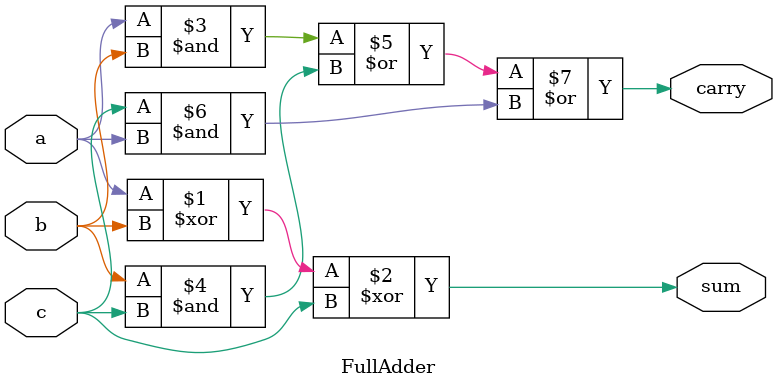
<source format=v>
/**
 * Computes the sum of three bits.
 */

`default_nettype none
module FullAdder(
	input a,		//1-bit input
	input b,		//1-bit input
	input c,		//1-bit input
	output sum,		//Right bit of a + b + c
	output carry	//Left bit of a + b + c
);

	assign sum = ( a ^ b ) ^ c ;
	assign carry = (a & b) | (b & c) | (c & a);

endmodule

</source>
